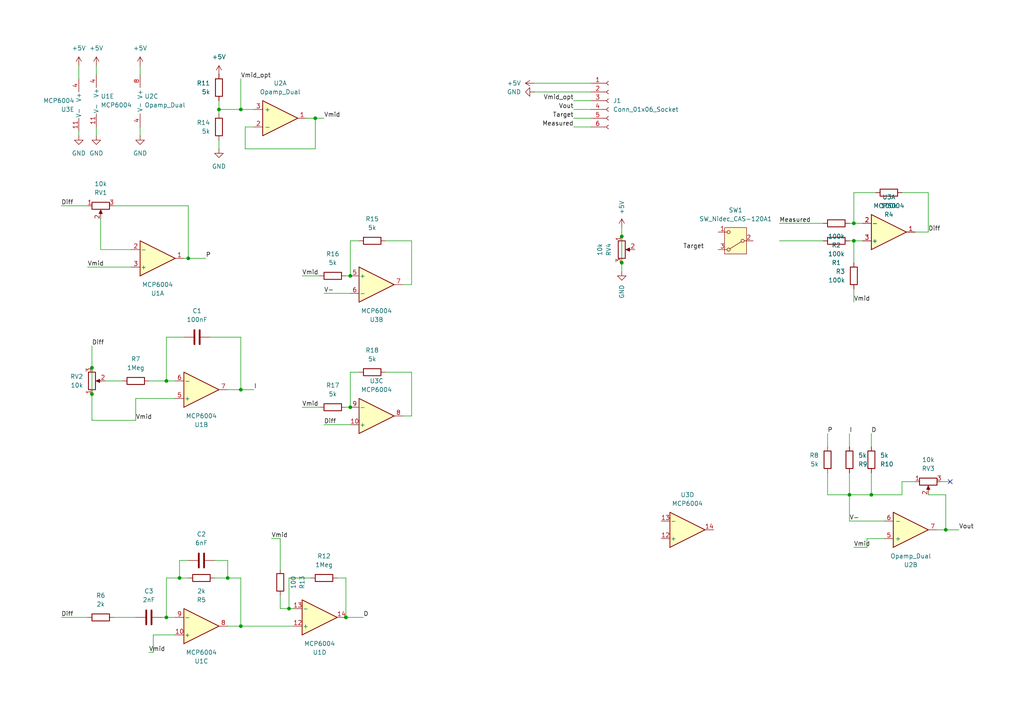
<source format=kicad_sch>
(kicad_sch (version 20231120) (generator "eeschema") (generator_version "8.0")
  (paper "A4")
  (lib_symbols
    (symbol "Amplifier_Operational:MCP6004" (pin_names (offset 0.127))
      (property "Reference" "U" (at 0 5.08 0))
      (property "Value" "MCP6004" (at 0 -5.08 0))
      (symbol "MCP6004_1_1"
        (polyline (pts (xy -5.08 5.08) (xy 5.08 0) (xy -5.08 -5.08) (xy -5.08 5.08)) (stroke (width 0.254)) (fill (type background)))
        (pin output line (at 7.62 0 180) (length 2.54) (name "~") (number "1"))
        (pin input line (at -7.62 -2.54 0) (length 2.54) (name "-") (number "2"))
        (pin input line (at -7.62 2.54 0) (length 2.54) (name "+") (number "3"))
      )
      (symbol "MCP6004_2_1"
        (polyline (pts (xy -5.08 5.08) (xy 5.08 0) (xy -5.08 -5.08) (xy -5.08 5.08)) (stroke (width 0.254)) (fill (type background)))
        (pin input line (at -7.62 2.54 0) (length 2.54) (name "+") (number "5"))
        (pin input line (at -7.62 -2.54 0) (length 2.54) (name "-") (number "6"))
        (pin output line (at 7.62 0 180) (length 2.54) (name "~") (number "7"))
      )
      (symbol "MCP6004_3_1"
        (polyline (pts (xy -5.08 5.08) (xy 5.08 0) (xy -5.08 -5.08) (xy -5.08 5.08)) (stroke (width 0.254)) (fill (type background)))
        (pin input line (at -7.62 2.54 0) (length 2.54) (name "+") (number "10"))
        (pin output line (at 7.62 0 180) (length 2.54) (name "~") (number "8"))
        (pin input line (at -7.62 -2.54 0) (length 2.54) (name "-") (number "9"))
      )
      (symbol "MCP6004_4_1"
        (polyline (pts (xy -5.08 5.08) (xy 5.08 0) (xy -5.08 -5.08) (xy -5.08 5.08)) (stroke (width 0.254)) (fill (type background)))
        (pin input line (at -7.62 2.54 0) (length 2.54) (name "+") (number "12"))
        (pin input line (at -7.62 -2.54 0) (length 2.54) (name "-") (number "13"))
        (pin output line (at 7.62 0 180) (length 2.54) (name "~") (number "14"))
      )
      (symbol "MCP6004_5_1"
        (pin power_in line (at -2.54 -7.62 90) (length 3.81) (name "V-") (number "11"))
        (pin power_in line (at -2.54 7.62 270) (length 3.81) (name "V+") (number "4"))
      )
    )
    (symbol "Connector:Conn_01x06_Socket" (pin_names (offset 1.016) hide)
      (property "Reference" "J" (at 0 7.62 0))
      (property "Value" "Conn_01x06_Socket" (at 0 -10.16 0))
      (symbol "Conn_01x06_Socket_1_1"
        (arc (start 0 -7.112) (mid -0.5058 -7.62) (end 0 -8.128) (stroke (width 0.1524)))
        (arc (start 0 -4.572) (mid -0.5058 -5.08) (end 0 -5.588) (stroke (width 0.1524)))
        (arc (start 0 -2.032) (mid -0.5058 -2.54) (end 0 -3.048) (stroke (width 0.1524)))
        (polyline (pts (xy -1.27 -7.62) (xy -0.508 -7.62)) (stroke (width 0.1524)))
        (polyline (pts (xy -1.27 -5.08) (xy -0.508 -5.08)) (stroke (width 0.1524)))
        (polyline (pts (xy -1.27 -2.54) (xy -0.508 -2.54)) (stroke (width 0.1524)))
        (polyline (pts (xy -1.27 0) (xy -0.508 0)) (stroke (width 0.1524)))
        (polyline (pts (xy -1.27 2.54) (xy -0.508 2.54)) (stroke (width 0.1524)))
        (polyline (pts (xy -1.27 5.08) (xy -0.508 5.08)) (stroke (width 0.1524)))
        (arc (start 0 0.508) (mid -0.5058 0) (end 0 -0.508) (stroke (width 0.1524)))
        (arc (start 0 3.048) (mid -0.5058 2.54) (end 0 2.032) (stroke (width 0.1524)))
        (arc (start 0 5.588) (mid -0.5058 5.08) (end 0 4.572) (stroke (width 0.1524)))
        (pin passive line (at -5.08 5.08 0) (length 3.81) (name "Pin_1") (number "1"))
        (pin passive line (at -5.08 2.54 0) (length 3.81) (name "Pin_2") (number "2"))
        (pin passive line (at -5.08 0 0) (length 3.81) (name "Pin_3") (number "3"))
        (pin passive line (at -5.08 -2.54 0) (length 3.81) (name "Pin_4") (number "4"))
        (pin passive line (at -5.08 -5.08 0) (length 3.81) (name "Pin_5") (number "5"))
        (pin passive line (at -5.08 -7.62 0) (length 3.81) (name "Pin_6") (number "6"))
      )
    )
    (symbol "Device:C" (pin_numbers hide) (pin_names (offset 0.254))
      (property "Reference" "C" (at 0.635 2.54 0))
      (property "Value" "C" (at 0.635 -2.54 0))
      (symbol "C_0_1"
        (polyline (pts (xy -2.032 -0.762) (xy 2.032 -0.762)) (stroke (width 0.508)))
        (polyline (pts (xy -2.032 0.762) (xy 2.032 0.762)) (stroke (width 0.508)))
      )
      (symbol "C_1_1"
        (pin passive line (at 0 3.81 270) (length 2.794) (name "~") (number "1"))
        (pin passive line (at 0 -3.81 90) (length 2.794) (name "~") (number "2"))
      )
    )
    (symbol "Device:Opamp_Dual"
      (property "Reference" "U" (at 0 5.08 0))
      (property "Value" "Opamp_Dual" (at 0 -5.08 0))
      (symbol "Opamp_Dual_1_1"
        (polyline (pts (xy -5.08 5.08) (xy 5.08 0) (xy -5.08 -5.08) (xy -5.08 5.08)) (stroke (width 0.254)) (fill (type background)))
        (pin output line (at 7.62 0 180) (length 2.54) (name "~") (number "1"))
        (pin input line (at -7.62 -2.54 0) (length 2.54) (name "-") (number "2"))
        (pin input line (at -7.62 2.54 0) (length 2.54) (name "+") (number "3"))
      )
      (symbol "Opamp_Dual_2_1"
        (polyline (pts (xy -5.08 5.08) (xy 5.08 0) (xy -5.08 -5.08) (xy -5.08 5.08)) (stroke (width 0.254)) (fill (type background)))
        (pin input line (at -7.62 2.54 0) (length 2.54) (name "+") (number "5"))
        (pin input line (at -7.62 -2.54 0) (length 2.54) (name "-") (number "6"))
        (pin output line (at 7.62 0 180) (length 2.54) (name "~") (number "7"))
      )
      (symbol "Opamp_Dual_3_1"
        (pin power_in line (at -2.54 -7.62 90) (length 3.81) (name "V-") (number "4"))
        (pin power_in line (at -2.54 7.62 270) (length 3.81) (name "V+") (number "8"))
      )
    )
    (symbol "Device:R" (pin_numbers hide) (pin_names (offset 0))
      (property "Reference" "R" (at 2.032 0 90))
      (property "Value" "R" (at 0 0 90))
      (symbol "R_0_1"
        (rectangle (start -1.016 -2.54) (end 1.016 2.54) (stroke (width 0.254)))
      )
      (symbol "R_1_1"
        (pin passive line (at 0 3.81 270) (length 1.27) (name "~") (number "1"))
        (pin passive line (at 0 -3.81 90) (length 1.27) (name "~") (number "2"))
      )
    )
    (symbol "Device:R_Potentiometer" (pin_names (offset 1.016) hide)
      (property "Reference" "RV" (at -4.445 0 90))
      (property "Value" "R_Potentiometer" (at -2.54 0 90))
      (symbol "R_Potentiometer_0_1"
        (polyline (pts (xy 2.54 0) (xy 1.524 0)))
        (polyline (pts (xy 1.143 0) (xy 2.286 0.508) (xy 2.286 -0.508) (xy 1.143 0)) (fill (type outline)))
        (rectangle (start 1.016 2.54) (end -1.016 -2.54) (stroke (width 0.254)))
      )
      (symbol "R_Potentiometer_1_1"
        (pin passive line (at 0 3.81 270) (length 1.27) (name "1") (number "1"))
        (pin passive line (at 3.81 0 180) (length 1.27) (name "2") (number "2"))
        (pin passive line (at 0 -3.81 90) (length 1.27) (name "3") (number "3"))
      )
    )
    (symbol "Switch:SW_Nidec_CAS-120A1" (pin_names (offset 1) hide)
      (property "Reference" "SW" (at 0 4.318 0))
      (property "Value" "SW_Nidec_CAS-120A1" (at 0 -5.08 0))
      (symbol "SW_Nidec_CAS-120A1_0_1"
        (circle (center -2.032 0) (radius 0.4572))
        (polyline (pts (xy -1.651 0.254) (xy 1.651 2.286)))
        (circle (center 2.032 -2.54) (radius 0.4572))
        (circle (center 2.032 2.54) (radius 0.4572))
      )
      (symbol "SW_Nidec_CAS-120A1_1_1"
        (rectangle (start -3.175 3.81) (end 3.175 -3.81) (fill (type background)))
        (pin passive line (at 5.08 -2.54 180) (length 2.54) (name "C") (number "1"))
        (pin passive line (at -5.08 0 0) (length 2.54) (name "B") (number "2"))
        (pin passive line (at 5.08 2.54 180) (length 2.54) (name "A") (number "3"))
      )
    )
    (symbol "power:+5V" (power) (pin_numbers hide) (pin_names (offset 0) hide)
      (property "Value" "+5V" (at 0 3.556 0))
      (symbol "+5V_0_1"
        (polyline (pts (xy -0.762 1.27) (xy 0 2.54)))
        (polyline (pts (xy 0 0) (xy 0 2.54)))
        (polyline (pts (xy 0 2.54) (xy 0.762 1.27)))
      )
      (symbol "+5V_1_1"
        (pin power_in line (at 0 0 90) (length 0) (name "~") (number "1"))
      )
    )
    (symbol "power:GND" (power) (pin_numbers hide) (pin_names (offset 0) hide)
      (property "Value" "GND" (at 0 -3.81 0))
      (symbol "GND_0_1"
        (polyline (pts (xy 0 0) (xy 0 -1.27) (xy 1.27 -1.27) (xy 0 -2.54) (xy -1.27 -1.27) (xy 0 -1.27)))
      )
      (symbol "GND_1_1"
        (pin power_in line (at 0 0 270) (length 0) (name "~") (number "1"))
      )
    )
  )
  (junction (at 252.73 143.51))
  (junction (at 247.65 69.85))
  (junction (at 26.67 106.68))
  (junction (at 246.38 143.51))
  (junction (at 101.6 80.01))
  (junction (at 66.04 167.64))
  (junction (at 48.26 179.07))
  (junction (at 91.44 34.29))
  (junction (at 69.85 181.61))
  (junction (at 63.5 31.75))
  (junction (at 274.32 153.67))
  (junction (at 48.26 110.49))
  (junction (at 69.85 113.03))
  (junction (at 83.82 176.53))
  (junction (at 69.85 31.75))
  (junction (at 101.6 118.11))
  (junction (at 26.67 114.3))
  (junction (at 180.34 68.58))
  (junction (at 100.33 179.07))
  (junction (at 54.61 74.93))
  (junction (at 180.34 76.2))
  (junction (at 52.07 167.64))
  (junction (at 247.65 64.77))
  (no_connect (at 275.59 139.7))
  (wire (pts (xy 69.85 167.64) (xy 69.85 181.61)))
  (wire (pts (xy 40.64 19.05) (xy 40.64 21.59)))
  (wire (pts (xy 66.04 162.56) (xy 66.04 167.64)))
  (wire (pts (xy 273.05 139.7) (xy 275.59 139.7)))
  (wire (pts (xy 33.02 179.07) (xy 39.37 179.07)))
  (wire (pts (xy 226.06 69.85) (xy 238.76 69.85)))
  (wire (pts (xy 100.33 179.07) (xy 105.41 179.07)))
  (wire (pts (xy 83.82 176.53) (xy 83.82 167.64)))
  (wire (pts (xy 180.34 76.2) (xy 180.34 78.74)))
  (wire (pts (xy 180.34 66.04) (xy 180.34 68.58)))
  (wire (pts (xy 274.32 153.67) (xy 278.13 153.67)))
  (wire (pts (xy 44.45 184.15) (xy 44.45 189.23)))
  (wire (pts (xy 252.73 143.51) (xy 261.62 143.51)))
  (wire (pts (xy 91.44 34.29) (xy 93.98 34.29)))
  (wire (pts (xy 87.63 80.01) (xy 92.71 80.01)))
  (wire (pts (xy 166.37 34.29) (xy 171.45 34.29)))
  (wire (pts (xy 39.37 121.92) (xy 39.37 115.57)))
  (wire (pts (xy 88.9 34.29) (xy 91.44 34.29)))
  (wire (pts (xy 25.4 77.47) (xy 38.1 77.47)))
  (wire (pts (xy 261.62 139.7) (xy 261.62 143.51)))
  (wire (pts (xy 81.28 165.1) (xy 81.28 156.21)))
  (wire (pts (xy 22.86 38.1) (xy 22.86 39.37)))
  (wire (pts (xy 27.94 36.83) (xy 27.94 39.37)))
  (wire (pts (xy 43.18 110.49) (xy 48.26 110.49)))
  (wire (pts (xy 274.32 143.51) (xy 274.32 153.67)))
  (wire (pts (xy 66.04 167.64) (xy 69.85 167.64)))
  (wire (pts (xy 69.85 31.75) (xy 73.66 31.75)))
  (wire (pts (xy 111.76 107.95) (xy 119.38 107.95)))
  (wire (pts (xy 30.48 110.49) (xy 35.56 110.49)))
  (wire (pts (xy 63.5 31.75) (xy 63.5 33.02)))
  (wire (pts (xy 69.85 113.03) (xy 66.04 113.03)))
  (wire (pts (xy 271.78 153.67) (xy 274.32 153.67)))
  (wire (pts (xy 48.26 110.49) (xy 48.26 97.79)))
  (wire (pts (xy 256.54 156.21) (xy 251.46 156.21)))
  (wire (pts (xy 69.85 181.61) (xy 85.09 181.61)))
  (wire (pts (xy 226.06 64.77) (xy 238.76 64.77)))
  (wire (pts (xy 62.23 167.64) (xy 66.04 167.64)))
  (wire (pts (xy 247.65 87.63) (xy 247.65 83.82)))
  (wire (pts (xy 73.66 36.83) (xy 71.12 36.83)))
  (wire (pts (xy 154.94 24.13) (xy 171.45 24.13)))
  (wire (pts (xy 27.94 19.05) (xy 27.94 21.59)))
  (wire (pts (xy 54.61 74.93) (xy 59.69 74.93)))
  (wire (pts (xy 240.03 137.16) (xy 240.03 143.51)))
  (wire (pts (xy 40.64 36.83) (xy 40.64 39.37)))
  (wire (pts (xy 247.65 69.85) (xy 250.19 69.85)))
  (wire (pts (xy 101.6 69.85) (xy 104.14 69.85)))
  (wire (pts (xy 101.6 118.11) (xy 101.6 107.95)))
  (wire (pts (xy 240.03 125.73) (xy 240.03 129.54)))
  (wire (pts (xy 66.04 181.61) (xy 69.85 181.61)))
  (wire (pts (xy 60.96 97.79) (xy 69.85 97.79)))
  (wire (pts (xy 101.6 107.95) (xy 104.14 107.95)))
  (wire (pts (xy 62.23 162.56) (xy 66.04 162.56)))
  (wire (pts (xy 246.38 151.13) (xy 256.54 151.13)))
  (wire (pts (xy 269.24 143.51) (xy 274.32 143.51)))
  (wire (pts (xy 48.26 110.49) (xy 50.8 110.49)))
  (wire (pts (xy 39.37 115.57) (xy 50.8 115.57)))
  (wire (pts (xy 52.07 162.56) (xy 54.61 162.56)))
  (wire (pts (xy 81.28 176.53) (xy 81.28 172.72)))
  (wire (pts (xy 29.21 63.5) (xy 29.21 72.39)))
  (wire (pts (xy 83.82 167.64) (xy 90.17 167.64)))
  (wire (pts (xy 71.12 43.18) (xy 91.44 43.18)))
  (wire (pts (xy 100.33 118.11) (xy 101.6 118.11)))
  (wire (pts (xy 247.65 64.77) (xy 247.65 55.88)))
  (wire (pts (xy 166.37 29.21) (xy 171.45 29.21)))
  (wire (pts (xy 240.03 143.51) (xy 246.38 143.51)))
  (wire (pts (xy 269.24 67.31) (xy 265.43 67.31)))
  (wire (pts (xy 87.63 118.11) (xy 92.71 118.11)))
  (wire (pts (xy 247.65 64.77) (xy 250.19 64.77)))
  (wire (pts (xy 119.38 69.85) (xy 119.38 82.55)))
  (wire (pts (xy 91.44 43.18) (xy 91.44 34.29)))
  (wire (pts (xy 246.38 125.73) (xy 246.38 129.54)))
  (wire (pts (xy 154.94 26.67) (xy 171.45 26.67)))
  (wire (pts (xy 54.61 59.69) (xy 54.61 74.93)))
  (wire (pts (xy 265.43 139.7) (xy 261.62 139.7)))
  (wire (pts (xy 29.21 72.39) (xy 38.1 72.39)))
  (wire (pts (xy 100.33 80.01) (xy 101.6 80.01)))
  (wire (pts (xy 111.76 69.85) (xy 119.38 69.85)))
  (wire (pts (xy 246.38 64.77) (xy 247.65 64.77)))
  (wire (pts (xy 50.8 184.15) (xy 44.45 184.15)))
  (wire (pts (xy 252.73 137.16) (xy 252.73 143.51)))
  (wire (pts (xy 246.38 143.51) (xy 252.73 143.51)))
  (wire (pts (xy 247.65 55.88) (xy 254 55.88)))
  (wire (pts (xy 93.98 85.09) (xy 101.6 85.09)))
  (wire (pts (xy 53.34 74.93) (xy 54.61 74.93)))
  (wire (pts (xy 116.84 120.65) (xy 119.38 120.65)))
  (wire (pts (xy 101.6 80.01) (xy 101.6 69.85)))
  (wire (pts (xy 81.28 156.21) (xy 78.74 156.21)))
  (wire (pts (xy 26.67 100.33) (xy 26.67 106.68)))
  (wire (pts (xy 69.85 113.03) (xy 73.66 113.03)))
  (wire (pts (xy 252.73 125.73) (xy 252.73 129.54)))
  (wire (pts (xy 52.07 167.64) (xy 52.07 162.56)))
  (wire (pts (xy 46.99 179.07) (xy 48.26 179.07)))
  (wire (pts (xy 33.02 59.69) (xy 54.61 59.69)))
  (wire (pts (xy 26.67 106.68) (xy 26.67 114.3)))
  (wire (pts (xy 63.5 40.64) (xy 63.5 43.18)))
  (wire (pts (xy 48.26 179.07) (xy 50.8 179.07)))
  (wire (pts (xy 26.67 121.92) (xy 39.37 121.92)))
  (wire (pts (xy 246.38 69.85) (xy 247.65 69.85)))
  (wire (pts (xy 246.38 143.51) (xy 246.38 151.13)))
  (wire (pts (xy 93.98 123.19) (xy 101.6 123.19)))
  (wire (pts (xy 247.65 158.75) (xy 251.46 158.75)))
  (wire (pts (xy 166.37 36.83) (xy 171.45 36.83)))
  (wire (pts (xy 52.07 167.64) (xy 54.61 167.64)))
  (wire (pts (xy 26.67 114.3) (xy 26.67 121.92)))
  (wire (pts (xy 166.37 31.75) (xy 171.45 31.75)))
  (wire (pts (xy 17.78 59.69) (xy 25.4 59.69)))
  (wire (pts (xy 83.82 176.53) (xy 81.28 176.53)))
  (wire (pts (xy 116.84 82.55) (xy 119.38 82.55)))
  (wire (pts (xy 48.26 179.07) (xy 48.26 167.64)))
  (wire (pts (xy 97.79 167.64) (xy 100.33 167.64)))
  (wire (pts (xy 269.24 55.88) (xy 269.24 67.31)))
  (wire (pts (xy 63.5 31.75) (xy 69.85 31.75)))
  (wire (pts (xy 48.26 167.64) (xy 52.07 167.64)))
  (wire (pts (xy 251.46 156.21) (xy 251.46 158.75)))
  (wire (pts (xy 69.85 97.79) (xy 69.85 113.03)))
  (wire (pts (xy 180.34 68.58) (xy 180.34 76.2)))
  (wire (pts (xy 71.12 36.83) (xy 71.12 43.18)))
  (wire (pts (xy 63.5 29.21) (xy 63.5 31.75)))
  (wire (pts (xy 17.78 179.07) (xy 25.4 179.07)))
  (wire (pts (xy 247.65 76.2) (xy 247.65 69.85)))
  (wire (pts (xy 246.38 137.16) (xy 246.38 143.51)))
  (wire (pts (xy 85.09 176.53) (xy 83.82 176.53)))
  (wire (pts (xy 43.18 189.23) (xy 44.45 189.23)))
  (wire (pts (xy 100.33 167.64) (xy 100.33 179.07)))
  (wire (pts (xy 48.26 97.79) (xy 53.34 97.79)))
  (wire (pts (xy 69.85 22.86) (xy 69.85 31.75)))
  (wire (pts (xy 261.62 55.88) (xy 269.24 55.88)))
  (wire (pts (xy 119.38 107.95) (xy 119.38 120.65)))
  (wire (pts (xy 22.86 19.05) (xy 22.86 22.86)))
  (label "Vmid_opt" (at 69.85 22.86 0))
  (label "Diff" (at 93.98 123.19 0))
  (label "Vmid" (at 87.63 118.11 0))
  (label "Diff" (at 17.78 59.69 0))
  (label "I" (at 73.66 113.03 0))
  (label "Diff" (at 26.67 100.33 0))
  (label "Vmid" (at 78.74 156.21 0))
  (label "D" (at 105.41 179.07 0))
  (label "D" (at 252.73 125.73 0))
  (label "Measured" (at 226.06 64.77 0))
  (label "Target" (at 166.37 34.29 180))
  (label "Vout" (at 278.13 153.67 0))
  (label "Diff" (at 17.78 179.07 0))
  (label "Vmid" (at 247.65 158.75 0))
  (label "Vmid" (at 43.18 189.23 0))
  (label "Vmid" (at 25.4 77.47 0))
  (label "Vout" (at 166.37 31.75 180))
  (label "Target" (at 198.12 72.39 0))
  (label "I" (at 246.38 125.73 0))
  (label "Measured" (at 166.37 36.83 180))
  (label "P" (at 240.03 125.73 0))
  (label "Vmid" (at 93.98 34.29 0))
  (label "Vmid" (at 87.63 80.01 0))
  (label "V-" (at 93.98 85.09 0))
  (label "Vmid_opt" (at 166.37 29.21 180))
  (label "Vmid" (at 247.65 87.63 0))
  (label "V-" (at 246.38 151.13 0))
  (label "Diff" (at 269.24 67.31 0))
  (label "Vmid" (at 39.37 121.92 0))
  (label "P" (at 59.69 74.93 0))
  (symbol (lib_id "Connector:Conn_01x06_Socket") (at 176.53 29.21 0) (unit 1)
    (property "Reference" "J1" (at 177.8 29.2099 0) (effects (justify left)))
    (property "Value" "Conn_01x06_Socket" (at 177.8 31.7499 0) (effects (justify left)))
    (property "Description" "Generic connector, single row, 01x06, script generated" (effects (hide yes)))
  )
  (symbol (lib_id "Device:R_Potentiometer") (at 29.21 59.69 90) (mirror x) (unit 1)
    (property "Reference" "RV1" (at 29.21 55.88 90))
    (property "Value" "10k" (at 29.21 53.34 90))
    (property "Description" "Potentiometer" (effects (hide yes)))
  )
  (symbol (lib_id "Device:R") (at 96.52 118.11 90) (mirror x) (unit 1)
    (property "Reference" "R17" (at 96.52 111.76 90))
    (property "Value" "5k" (at 96.52 114.3 90))
    (property "Description" "Resistor" (effects (hide yes)))
  )
  (symbol (lib_id "Device:R") (at 63.5 36.83 0) (mirror x) (unit 1)
    (property "Reference" "R14" (at 60.96 35.5599 0) (effects (justify right)))
    (property "Value" "5k" (at 60.96 38.0999 0) (effects (justify right)))
    (property "Description" "Resistor" (effects (hide yes)))
  )
  (symbol (lib_id "power:+5V") (at 63.5 21.59 0) (unit 1)
    (property "Reference" "#PWR07" (effects (hide yes)))
    (property "Value" "+5V" (at 63.5 16.51 0))
    (property "Description" "Power symbol creates a global label with name \"+5V\"" (effects (hide yes)))
  )
  (symbol (lib_id "Device:R") (at 242.57 64.77 90) (mirror x) (unit 1)
    (property "Reference" "R2" (at 242.57 71.12 90))
    (property "Value" "100k" (at 242.57 68.58 90))
    (property "Description" "Resistor" (effects (hide yes)))
  )
  (symbol (lib_id "Device:R") (at 29.21 179.07 90) (mirror x) (unit 1)
    (property "Reference" "R6" (at 29.21 172.72 90))
    (property "Value" "2k" (at 29.21 175.26 90))
    (property "Description" "Resistor" (effects (hide yes)))
  )
  (symbol (lib_id "Device:R_Potentiometer") (at 180.34 72.39 0) (unit 1)
    (property "Reference" "RV4" (at 176.53 72.39 90))
    (property "Value" "10k" (at 173.99 72.39 90))
    (property "Description" "Potentiometer" (effects (hide yes)))
  )
  (symbol (lib_id "Device:Opamp_Dual") (at 264.16 153.67 0) (mirror x) (unit 2)
    (property "Reference" "U2" (at 264.16 163.83 0))
    (property "Value" "Opamp_Dual" (at 264.16 161.29 0))
    (property "Footprint" "Package_SO:SOIC-8_3.9x4.9mm_P1.27mm" (effects (hide yes)))
    (property "Description" "Dual operational amplifier" (effects (hide yes)))
    (property "Sim.Library" "${KICAD7_SYMBOL_DIR}/Simulation_SPICE.sp" (effects (hide yes)))
    (property "Sim.Name" "kicad_builtin_opamp_dual" (effects (hide yes)))
    (property "Sim.Device" "SUBCKT" (effects (hide yes)))
    (property "Sim.Pins" "1=out1 2=in1- 3=in1+ 4=vee 5=in2+ 6=in2- 7=out2 8=vcc" (effects (hide yes)))
  )
  (symbol (lib_id "Amplifier_Operational:MCP6004") (at 92.71 179.07 0) (mirror x) (unit 4)
    (property "Reference" "U1" (at 92.71 189.23 0))
    (property "Value" "MCP6004" (at 92.71 186.69 0))
    (property "Datasheet" "http://ww1.microchip.com/downloads/en/DeviceDoc/21733j.pdf" (effects (hide yes)))
    (property "Description" "1MHz, Low-Power Op Amp, DIP-14/SOIC-14/TSSOP-14" (effects (hide yes)))
  )
  (symbol (lib_id "power:GND") (at 40.64 39.37 0) (unit 1)
    (property "Reference" "#PWR02" (effects (hide yes)))
    (property "Value" "GND" (at 40.64 44.45 0))
    (property "Description" "Power symbol creates a global label with name \"GND\" , ground" (effects (hide yes)))
  )
  (symbol (lib_id "Device:R") (at 93.98 167.64 270) (mirror x) (unit 1)
    (property "Reference" "R12" (at 93.98 161.29 90))
    (property "Value" "1Meg" (at 93.98 163.83 90))
    (property "Description" "Resistor" (effects (hide yes)))
  )
  (symbol (lib_id "Amplifier_Operational:MCP6004") (at 45.72 74.93 0) (mirror x) (unit 1)
    (property "Reference" "U1" (at 45.72 85.09 0))
    (property "Value" "MCP6004" (at 45.72 82.55 0))
    (property "Datasheet" "http://ww1.microchip.com/downloads/en/DeviceDoc/21733j.pdf" (effects (hide yes)))
    (property "Description" "1MHz, Low-Power Op Amp, DIP-14/SOIC-14/TSSOP-14" (effects (hide yes)))
  )
  (symbol (lib_id "Device:Opamp_Dual") (at 81.28 34.29 0) (unit 1)
    (property "Reference" "U2" (at 81.28 24.13 0))
    (property "Value" "Opamp_Dual" (at 81.28 26.67 0))
    (property "Footprint" "Package_SO:SOIC-8_3.9x4.9mm_P1.27mm" (effects (hide yes)))
    (property "Description" "Dual operational amplifier" (effects (hide yes)))
    (property "Sim.Library" "${KICAD7_SYMBOL_DIR}/Simulation_SPICE.sp" (effects (hide yes)))
    (property "Sim.Name" "kicad_builtin_opamp_dual" (effects (hide yes)))
    (property "Sim.Device" "SUBCKT" (effects (hide yes)))
    (property "Sim.Pins" "1=out1 2=in1- 3=in1+ 4=vee 5=in2+ 6=in2- 7=out2 8=vcc" (effects (hide yes)))
  )
  (symbol (lib_id "power:GND") (at 63.5 43.18 0) (unit 1)
    (property "Reference" "#PWR08" (effects (hide yes)))
    (property "Value" "GND" (at 63.5 48.26 0))
    (property "Description" "Power symbol creates a global label with name \"GND\" , ground" (effects (hide yes)))
  )
  (symbol (lib_id "Device:R") (at 246.38 133.35 0) (mirror y) (unit 1)
    (property "Reference" "R9" (at 248.92 134.6201 0) (effects (justify right)))
    (property "Value" "5k" (at 248.92 132.0801 0) (effects (justify right)))
    (property "Description" "Resistor" (effects (hide yes)))
  )
  (symbol (lib_id "Amplifier_Operational:MCP6004") (at 25.4 30.48 0) (unit 5)
    (property "Reference" "U3" (at 21.59 31.7501 0) (effects (justify right)))
    (property "Value" "MCP6004" (at 21.59 29.2101 0) (effects (justify right)))
    (property "Footprint" "Package_DIP:DIP-14_W7.62mm" (effects (hide yes)))
    (property "Datasheet" "http://ww1.microchip.com/downloads/en/DeviceDoc/21733j.pdf" (effects (hide yes)))
    (property "Description" "1MHz, Low-Power Op Amp, DIP-14/SOIC-14/TSSOP-14" (effects (hide yes)))
  )
  (symbol (lib_id "Switch:SW_Nidec_CAS-120A1") (at 213.36 69.85 180) (unit 1)
    (property "Reference" "SW1" (at 213.36 60.96 0))
    (property "Value" "SW_Nidec_CAS-120A1" (at 213.36 63.5 0))
    (property "Footprint" "Button_Switch_SMD:Nidec_Copal_CAS-120A" (effects (hide yes)))
    (property "Datasheet" "https://www.nidec-components.com/e/catalog/switch/cas.pdf" (effects (hide yes)))
    (property "Description" "Switch, single pole double throw" (effects (hide yes)))
  )
  (symbol (lib_id "Device:R") (at 252.73 133.35 0) (mirror y) (unit 1)
    (property "Reference" "R10" (at 255.27 134.6201 0) (effects (justify right)))
    (property "Value" "5k" (at 255.27 132.0801 0) (effects (justify right)))
    (property "Description" "Resistor" (effects (hide yes)))
  )
  (symbol (lib_id "Amplifier_Operational:MCP6004") (at 58.42 113.03 0) (mirror x) (unit 2)
    (property "Reference" "U1" (at 58.42 123.19 0))
    (property "Value" "MCP6004" (at 58.42 120.65 0))
    (property "Datasheet" "http://ww1.microchip.com/downloads/en/DeviceDoc/21733j.pdf" (effects (hide yes)))
    (property "Description" "1MHz, Low-Power Op Amp, DIP-14/SOIC-14/TSSOP-14" (effects (hide yes)))
  )
  (symbol (lib_id "Device:R_Potentiometer") (at 26.67 110.49 0) (mirror x) (unit 1)
    (property "Reference" "RV2" (at 24.13 109.2199 0) (effects (justify right)))
    (property "Value" "10k" (at 24.13 111.7599 0) (effects (justify right)))
    (property "Description" "Potentiometer" (effects (hide yes)))
  )
  (symbol (lib_id "Device:R") (at 107.95 107.95 90) (mirror x) (unit 1)
    (property "Reference" "R18" (at 107.95 101.6 90))
    (property "Value" "5k" (at 107.95 104.14 90))
    (property "Description" "Resistor" (effects (hide yes)))
  )
  (symbol (lib_id "Device:R") (at 107.95 69.85 90) (mirror x) (unit 1)
    (property "Reference" "R15" (at 107.95 63.5 90))
    (property "Value" "5k" (at 107.95 66.04 90))
    (property "Description" "Resistor" (effects (hide yes)))
  )
  (symbol (lib_id "Device:C") (at 43.18 179.07 90) (unit 1)
    (property "Reference" "C3" (at 43.18 171.45 90))
    (property "Value" "2nF" (at 43.18 173.99 90))
    (property "Description" "Unpolarized capacitor" (effects (hide yes)))
  )
  (symbol (lib_id "power:GND") (at 154.94 26.67 270) (unit 1)
    (property "Reference" "#PWR06" (effects (hide yes)))
    (property "Value" "GND" (at 151.13 26.6699 90) (effects (justify right)))
    (property "Description" "Power symbol creates a global label with name \"GND\" , ground" (effects (hide yes)))
  )
  (symbol (lib_id "Device:R") (at 247.65 80.01 0) (mirror x) (unit 1)
    (property "Reference" "R3" (at 245.11 78.7399 0) (effects (justify right)))
    (property "Value" "100k" (at 245.11 81.2799 0) (effects (justify right)))
    (property "Description" "Resistor" (effects (hide yes)))
  )
  (symbol (lib_id "Amplifier_Operational:MCP6004") (at 257.81 67.31 0) (mirror x) (unit 1)
    (property "Reference" "U3" (at 257.81 57.15 0))
    (property "Value" "MCP6004" (at 257.81 59.69 0))
    (property "Footprint" "Package_DIP:DIP-14_W7.62mm" (effects (hide yes)))
    (property "Datasheet" "http://ww1.microchip.com/downloads/en/DeviceDoc/21733j.pdf" (effects (hide yes)))
    (property "Description" "1MHz, Low-Power Op Amp, DIP-14/SOIC-14/TSSOP-14" (effects (hide yes)))
  )
  (symbol (lib_id "power:GND") (at 27.94 39.37 0) (unit 1)
    (property "Reference" "#PWR01" (effects (hide yes)))
    (property "Value" "GND" (at 27.94 44.45 0))
    (property "Description" "Power symbol creates a global label with name \"GND\" , ground" (effects (hide yes)))
  )
  (symbol (lib_id "power:GND") (at 180.34 78.74 0) (mirror y) (unit 1)
    (property "Reference" "#PWR012" (effects (hide yes)))
    (property "Value" "GND" (at 180.3399 82.55 90) (effects (justify right)))
    (property "Description" "Power symbol creates a global label with name \"GND\" , ground" (effects (hide yes)))
  )
  (symbol (lib_id "Amplifier_Operational:MCP6004") (at 109.22 82.55 0) (unit 2)
    (property "Reference" "U3" (at 109.22 92.71 0))
    (property "Value" "MCP6004" (at 109.22 90.17 0))
    (property "Footprint" "Package_DIP:DIP-14_W7.62mm" (effects (hide yes)))
    (property "Datasheet" "http://ww1.microchip.com/downloads/en/DeviceDoc/21733j.pdf" (effects (hide yes)))
    (property "Description" "1MHz, Low-Power Op Amp, DIP-14/SOIC-14/TSSOP-14" (effects (hide yes)))
  )
  (symbol (lib_id "Amplifier_Operational:MCP6004") (at 109.22 120.65 0) (mirror x) (unit 3)
    (property "Reference" "U3" (at 109.22 110.49 0))
    (property "Value" "MCP6004" (at 109.22 113.03 0))
    (property "Footprint" "Package_DIP:DIP-14_W7.62mm" (effects (hide yes)))
    (property "Datasheet" "http://ww1.microchip.com/downloads/en/DeviceDoc/21733j.pdf" (effects (hide yes)))
    (property "Description" "1MHz, Low-Power Op Amp, DIP-14/SOIC-14/TSSOP-14" (effects (hide yes)))
  )
  (symbol (lib_id "Device:R") (at 63.5 25.4 0) (mirror x) (unit 1)
    (property "Reference" "R11" (at 60.96 24.1299 0) (effects (justify right)))
    (property "Value" "5k" (at 60.96 26.6699 0) (effects (justify right)))
    (property "Description" "Resistor" (effects (hide yes)))
  )
  (symbol (lib_id "Device:R") (at 81.28 168.91 180) (unit 1)
    (property "Reference" "R13" (at 87.63 168.91 90))
    (property "Value" "100" (at 85.09 168.91 90))
    (property "Description" "Resistor" (effects (hide yes)))
  )
  (symbol (lib_id "Amplifier_Operational:MCP6004") (at 199.39 153.67 0) (mirror x) (unit 4)
    (property "Reference" "U3" (at 199.39 143.51 0))
    (property "Value" "MCP6004" (at 199.39 146.05 0))
    (property "Footprint" "Package_DIP:DIP-14_W7.62mm" (effects (hide yes)))
    (property "Datasheet" "http://ww1.microchip.com/downloads/en/DeviceDoc/21733j.pdf" (effects (hide yes)))
    (property "Description" "1MHz, Low-Power Op Amp, DIP-14/SOIC-14/TSSOP-14" (effects (hide yes)))
  )
  (symbol (lib_id "Device:C") (at 57.15 97.79 90) (unit 1)
    (property "Reference" "C1" (at 57.15 90.17 90))
    (property "Value" "100nF" (at 57.15 92.71 90))
    (property "Description" "Unpolarized capacitor" (effects (hide yes)))
  )
  (symbol (lib_id "Device:R_Potentiometer") (at 269.24 139.7 90) (mirror x) (unit 1)
    (property "Reference" "RV3" (at 269.24 135.89 90))
    (property "Value" "10k" (at 269.24 133.35 90))
    (property "Description" "Potentiometer" (effects (hide yes)))
  )
  (symbol (lib_id "power:+5V") (at 40.64 19.05 0) (unit 1)
    (property "Reference" "#PWR05" (effects (hide yes)))
    (property "Value" "+5V" (at 40.64 13.97 0))
    (property "Description" "Power symbol creates a global label with name \"+5V\"" (effects (hide yes)))
  )
  (symbol (lib_id "power:+5V") (at 22.86 19.05 0) (unit 1)
    (property "Reference" "#PWR010" (effects (hide yes)))
    (property "Value" "+5V" (at 22.86 13.97 0))
    (property "Description" "Power symbol creates a global label with name \"+5V\"" (effects (hide yes)))
  )
  (symbol (lib_id "Device:C") (at 58.42 162.56 90) (unit 1)
    (property "Reference" "C2" (at 58.42 154.94 90))
    (property "Value" "6nF" (at 58.42 157.48 90))
    (property "Description" "Unpolarized capacitor" (effects (hide yes)))
  )
  (symbol (lib_id "power:+5V") (at 27.94 19.05 0) (unit 1)
    (property "Reference" "#PWR03" (effects (hide yes)))
    (property "Value" "+5V" (at 27.94 13.97 0))
    (property "Description" "Power symbol creates a global label with name \"+5V\"" (effects (hide yes)))
  )
  (symbol (lib_id "power:+5V") (at 180.34 66.04 0) (mirror y) (unit 1)
    (property "Reference" "#PWR011" (effects (hide yes)))
    (property "Value" "+5V" (at 180.3399 62.23 90) (effects (justify left)))
    (property "Description" "Power symbol creates a global label with name \"+5V\"" (effects (hide yes)))
  )
  (symbol (lib_id "Device:R") (at 242.57 69.85 90) (mirror x) (unit 1)
    (property "Reference" "R1" (at 242.57 76.2 90))
    (property "Value" "100k" (at 242.57 73.66 90))
    (property "Description" "Resistor" (effects (hide yes)))
  )
  (symbol (lib_id "Device:R") (at 257.81 55.88 90) (mirror x) (unit 1)
    (property "Reference" "R4" (at 257.81 62.23 90))
    (property "Value" "100k" (at 257.81 59.69 90))
    (property "Description" "Resistor" (effects (hide yes)))
  )
  (symbol (lib_id "Device:R") (at 96.52 80.01 90) (mirror x) (unit 1)
    (property "Reference" "R16" (at 96.52 73.66 90))
    (property "Value" "5k" (at 96.52 76.2 90))
    (property "Description" "Resistor" (effects (hide yes)))
  )
  (symbol (lib_id "Device:Opamp_Dual") (at 43.18 29.21 0) (unit 3)
    (property "Reference" "U2" (at 41.91 27.9399 0) (effects (justify left)))
    (property "Value" "Opamp_Dual" (at 41.91 30.4799 0) (effects (justify left)))
    (property "Footprint" "Package_SO:SOIC-8_3.9x4.9mm_P1.27mm" (effects (hide yes)))
    (property "Description" "Dual operational amplifier" (effects (hide yes)))
    (property "Sim.Library" "${KICAD7_SYMBOL_DIR}/Simulation_SPICE.sp" (effects (hide yes)))
    (property "Sim.Name" "kicad_builtin_opamp_dual" (effects (hide yes)))
    (property "Sim.Device" "SUBCKT" (effects (hide yes)))
    (property "Sim.Pins" "1=out1 2=in1- 3=in1+ 4=vee 5=in2+ 6=in2- 7=out2 8=vcc" (effects (hide yes)))
  )
  (symbol (lib_id "power:+5V") (at 154.94 24.13 90) (unit 1)
    (property "Reference" "#PWR04" (effects (hide yes)))
    (property "Value" "+5V" (at 151.13 24.1299 90) (effects (justify left)))
    (property "Description" "Power symbol creates a global label with name \"+5V\"" (effects (hide yes)))
  )
  (symbol (lib_id "power:GND") (at 22.86 39.37 0) (unit 1)
    (property "Reference" "#PWR09" (effects (hide yes)))
    (property "Value" "GND" (at 22.86 44.45 0))
    (property "Description" "Power symbol creates a global label with name \"GND\" , ground" (effects (hide yes)))
  )
  (symbol (lib_id "Device:R") (at 58.42 167.64 90) (unit 1)
    (property "Reference" "R5" (at 58.42 173.99 90))
    (property "Value" "2k" (at 58.42 171.45 90))
    (property "Description" "Resistor" (effects (hide yes)))
  )
  (symbol (lib_id "Amplifier_Operational:MCP6004") (at 30.48 29.21 0) (unit 5)
    (property "Reference" "U1" (at 29.21 27.9399 0) (effects (justify left)))
    (property "Value" "MCP6004" (at 29.21 30.4799 0) (effects (justify left)))
    (property "Footprint" "Package_DIP:DIP-14_W7.62mm" (effects (hide yes)))
    (property "Datasheet" "http://ww1.microchip.com/downloads/en/DeviceDoc/21733j.pdf" (effects (hide yes)))
    (property "Description" "1MHz, Low-Power Op Amp, DIP-14/SOIC-14/TSSOP-14" (effects (hide yes)))
  )
  (symbol (lib_id "Device:R") (at 240.03 133.35 0) (mirror x) (unit 1)
    (property "Reference" "R8" (at 237.49 132.0799 0) (effects (justify right)))
    (property "Value" "5k" (at 237.49 134.6199 0) (effects (justify right)))
    (property "Description" "Resistor" (effects (hide yes)))
  )
  (symbol (lib_id "Amplifier_Operational:MCP6004") (at 58.42 181.61 0) (mirror x) (unit 3)
    (property "Reference" "U1" (at 58.42 191.77 0))
    (property "Value" "MCP6004" (at 58.42 189.23 0))
    (property "Datasheet" "http://ww1.microchip.com/downloads/en/DeviceDoc/21733j.pdf" (effects (hide yes)))
    (property "Description" "1MHz, Low-Power Op Amp, DIP-14/SOIC-14/TSSOP-14" (effects (hide yes)))
  )
  (symbol (lib_id "Device:R") (at 39.37 110.49 90) (mirror x) (unit 1)
    (property "Reference" "R7" (at 39.37 104.14 90))
    (property "Value" "1Meg" (at 39.37 106.68 90))
    (property "Description" "Resistor" (effects (hide yes)))
  )
)
</source>
